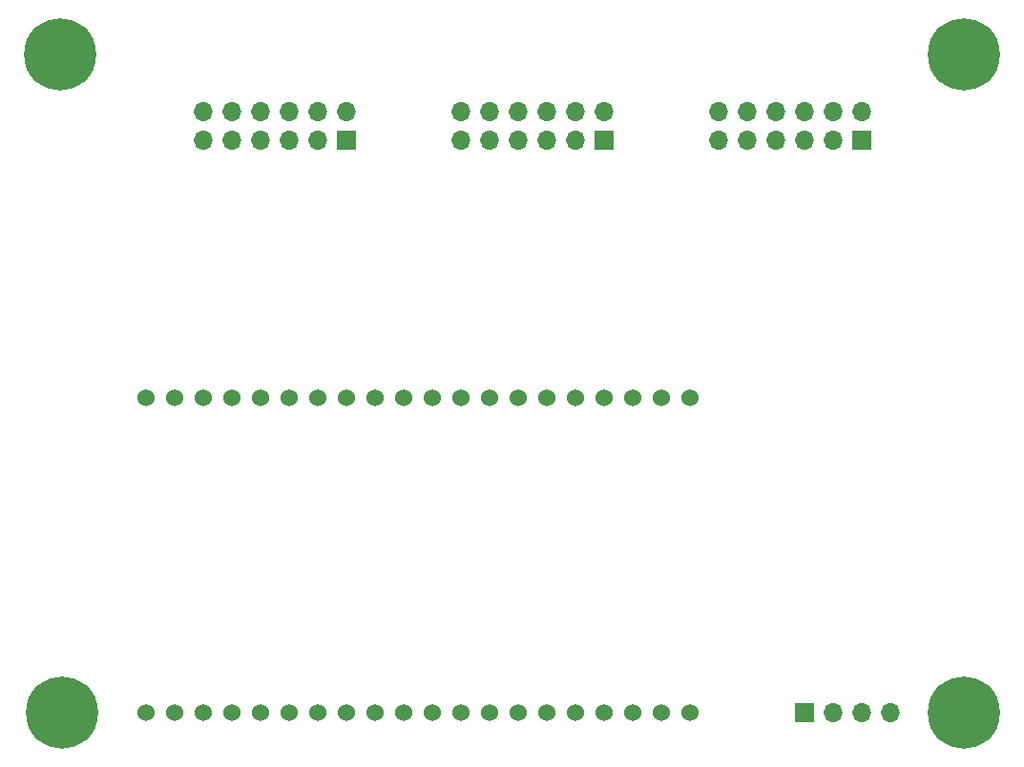
<source format=gbr>
%TF.GenerationSoftware,KiCad,Pcbnew,(6.0.5)*%
%TF.CreationDate,2022-07-15T12:34:29+02:00*%
%TF.ProjectId,pmod_bs3_baseboard,706d6f64-5f62-4733-935f-62617365626f,rev?*%
%TF.SameCoordinates,Original*%
%TF.FileFunction,Soldermask,Top*%
%TF.FilePolarity,Negative*%
%FSLAX46Y46*%
G04 Gerber Fmt 4.6, Leading zero omitted, Abs format (unit mm)*
G04 Created by KiCad (PCBNEW (6.0.5)) date 2022-07-15 12:34:29*
%MOMM*%
%LPD*%
G01*
G04 APERTURE LIST*
%ADD10R,1.700000X1.700000*%
%ADD11O,1.700000X1.700000*%
%ADD12C,0.800000*%
%ADD13C,6.400000*%
%ADD14C,1.524000*%
G04 APERTURE END LIST*
D10*
%TO.C,PMOD2*%
X83820000Y-30480000D03*
D11*
X83820000Y-27940000D03*
X81280000Y-30480000D03*
X81280000Y-27940000D03*
X78740000Y-30480000D03*
X78740000Y-27940000D03*
X76200000Y-30480000D03*
X76200000Y-27940000D03*
X73660000Y-30480000D03*
X73660000Y-27940000D03*
X71120000Y-30480000D03*
X71120000Y-27940000D03*
%TD*%
D10*
%TO.C,PMOD3*%
X106680000Y-30480000D03*
D11*
X106680000Y-27940000D03*
X104140000Y-30480000D03*
X104140000Y-27940000D03*
X101600000Y-30480000D03*
X101600000Y-27940000D03*
X99060000Y-30480000D03*
X99060000Y-27940000D03*
X96520000Y-30480000D03*
X96520000Y-27940000D03*
X93980000Y-30480000D03*
X93980000Y-27940000D03*
%TD*%
D10*
%TO.C,PMOD1*%
X129540000Y-30480000D03*
D11*
X129540000Y-27940000D03*
X127000000Y-30480000D03*
X127000000Y-27940000D03*
X124460000Y-30480000D03*
X124460000Y-27940000D03*
X121920000Y-30480000D03*
X121920000Y-27940000D03*
X119380000Y-30480000D03*
X119380000Y-27940000D03*
X116840000Y-30480000D03*
X116840000Y-27940000D03*
%TD*%
D12*
%TO.C,H1*%
X58420000Y-20460000D03*
X56722944Y-21162944D03*
X56722944Y-24557056D03*
X60820000Y-22860000D03*
D13*
X58420000Y-22860000D03*
D12*
X60117056Y-24557056D03*
X58420000Y-25260000D03*
X60117056Y-21162944D03*
X56020000Y-22860000D03*
%TD*%
%TO.C,H2*%
X140267056Y-21162944D03*
X136170000Y-22860000D03*
X136872944Y-21162944D03*
X138570000Y-20460000D03*
X140970000Y-22860000D03*
D13*
X138570000Y-22860000D03*
D12*
X138570000Y-25260000D03*
X140267056Y-24557056D03*
X136872944Y-24557056D03*
%TD*%
D13*
%TO.C,H3*%
X58560000Y-81280000D03*
D12*
X56160000Y-81280000D03*
X56862944Y-82977056D03*
X60257056Y-79582944D03*
X58560000Y-83680000D03*
X60960000Y-81280000D03*
X60257056Y-82977056D03*
X58560000Y-78880000D03*
X56862944Y-79582944D03*
%TD*%
%TO.C,H4*%
X138570000Y-78880000D03*
X136872944Y-79582944D03*
X136170000Y-81280000D03*
D13*
X138570000Y-81280000D03*
D12*
X140267056Y-82977056D03*
X140970000Y-81280000D03*
X138570000Y-83680000D03*
X136872944Y-82977056D03*
X140267056Y-79582944D03*
%TD*%
D10*
%TO.C,J5*%
X124460000Y-81280000D03*
D11*
X127000000Y-81280000D03*
X129540000Y-81280000D03*
X132080000Y-81280000D03*
%TD*%
D14*
%TO.C,U1*%
X66040000Y-81280000D03*
X68580000Y-81280000D03*
X71120000Y-81280000D03*
X73660000Y-81280000D03*
X76200000Y-81280000D03*
X78740000Y-81280000D03*
X81280000Y-81280000D03*
X83820000Y-81280000D03*
X86360000Y-81280000D03*
X88900000Y-81280000D03*
X91440000Y-81280000D03*
X93980000Y-81280000D03*
X96520000Y-81280000D03*
X99060000Y-81280000D03*
X101600000Y-81280000D03*
X104140000Y-81280000D03*
X106680000Y-81280000D03*
X109220000Y-81280000D03*
X111760000Y-81280000D03*
X114300000Y-81280000D03*
X114300000Y-53340000D03*
X111760000Y-53340000D03*
X109220000Y-53340000D03*
X106680000Y-53340000D03*
X104140000Y-53340000D03*
X101600000Y-53340000D03*
X99060000Y-53340000D03*
X96520000Y-53340000D03*
X93980000Y-53340000D03*
X91440000Y-53340000D03*
X88900000Y-53340000D03*
X86360000Y-53340000D03*
X83820000Y-53340000D03*
X81280000Y-53340000D03*
X78740000Y-53340000D03*
X76200000Y-53340000D03*
X73660000Y-53340000D03*
X71120000Y-53340000D03*
X68580000Y-53340000D03*
X66040000Y-53340000D03*
%TD*%
M02*

</source>
